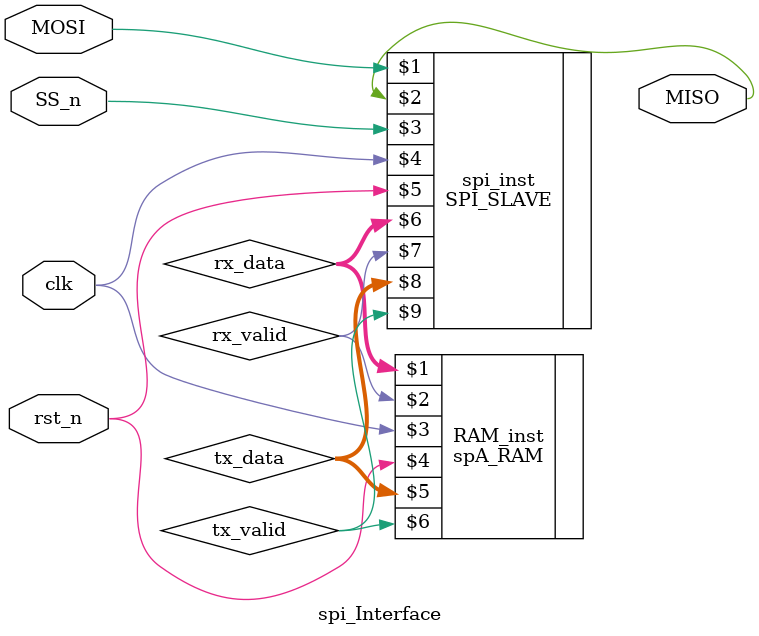
<source format=v>
module spi_Interface(MOSI,MISO,SS_n,clk,rst_n);
input MOSI,SS_n,clk,rst_n;
output MISO;

wire[9:0] rx_data;
wire[7:0] tx_data;
wire tx_valid;
wire rx_valid;

SPI_SLAVE spi_inst(MOSI,MISO,SS_n,clk,rst_n,rx_data,rx_valid,tx_data,tx_valid);

spA_RAM RAM_inst (rx_data, rx_valid, clk, rst_n, tx_data, tx_valid );

endmodule
</source>
